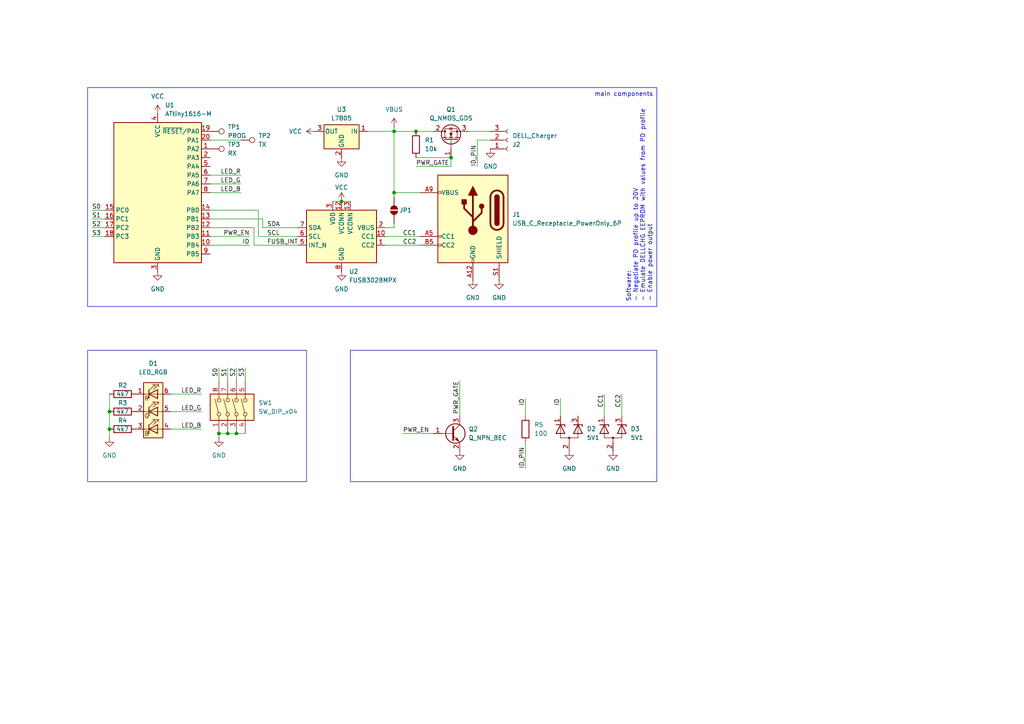
<source format=kicad_sch>
(kicad_sch (version 20250114) (generator "eeschema") (generator_version "9.0")
  (paper "A4")
  (lib_symbols
    (symbol "Connector:Conn_01x03_Socket" (pin_names (offset 1.016) (hide yes))
      (property "Reference" "J" (at 0 5.08 0))
      (property "Value" "Conn_01x03_Socket" (at 0 -5.08 0))
      (symbol "Conn_01x03_Socket_1_1"
        (polyline (pts (xy -1.27 2.54) (xy -0.508 2.54)) (stroke (width 0.1524)))
        (polyline (pts (xy -1.27 0) (xy -0.508 0)) (stroke (width 0.1524)))
        (polyline (pts (xy -1.27 -2.54) (xy -0.508 -2.54)) (stroke (width 0.1524)))
        (arc (start 0 2.032) (mid -0.5058 2.54) (end 0 3.048) (stroke (width 0.1524)))
        (arc (start 0 -0.508) (mid -0.5058 0) (end 0 0.508) (stroke (width 0.1524)))
        (arc (start 0 -3.048) (mid -0.5058 -2.54) (end 0 -2.032) (stroke (width 0.1524)))
        (pin passive line (at -5.08 2.54 0) (length 3.81) (name "Pin_1") (number "1"))
        (pin passive line (at -5.08 0 0) (length 3.81) (name "Pin_2") (number "2"))
        (pin passive line (at -5.08 -2.54 0) (length 3.81) (name "Pin_3") (number "3"))
      )
    )
    (symbol "Connector:TestPoint" (pin_numbers (hide yes)) (pin_names (offset 0.762) (hide yes))
      (property "Reference" "TP" (at 0 6.858 0))
      (property "Value" "TestPoint" (at 0 5.08 0))
      (symbol "TestPoint_0_1"
        (circle (center 0 3.302) (radius 0.762))
      )
      (symbol "TestPoint_1_1"
        (pin passive line (at 0 0 90) (length 2.54) (name "1") (number "1"))
      )
    )
    (symbol "Connector:USB_C_Receptacle_PowerOnly_6P" (pin_names (offset 1.016))
      (property "Reference" "J" (at 0 16.51 0))
      (property "Value" "USB_C_Receptacle_PowerOnly_6P" (at 0 13.97 0))
      (symbol "USB_C_Receptacle_PowerOnly_6P_0_0"
        (rectangle (start -0.254 -12.7) (end 0.254 -11.684))
        (rectangle (start 10.16 7.874) (end 9.144 7.366))
        (rectangle (start 10.16 -4.826) (end 9.144 -5.334))
        (rectangle (start 10.16 -7.366) (end 9.144 -7.874))
      )
      (symbol "USB_C_Receptacle_PowerOnly_6P_0_1"
        (rectangle (start -10.16 12.7) (end 10.16 -12.7) (stroke (width 0.254)) (fill (type background)))
        (polyline (pts (xy -8.89 -1.27) (xy -8.89 6.35)) (stroke (width 0.508)))
        (rectangle (start -7.62 -1.27) (end -6.35 6.35) (stroke (width 0.254)) (fill (type outline)))
        (arc (start -7.62 6.35) (mid -6.985 6.9823) (end -6.35 6.35) (stroke (width 0.254)))
        (arc (start -7.62 6.35) (mid -6.985 6.9823) (end -6.35 6.35) (stroke (width 0.254)) (fill (type outline)))
        (arc (start -8.89 6.35) (mid -6.985 8.2467) (end -5.08 6.35) (stroke (width 0.508)))
        (arc (start -5.08 -1.27) (mid -6.985 -3.1667) (end -8.89 -1.27) (stroke (width 0.508)))
        (arc (start -6.35 -1.27) (mid -6.985 -1.9023) (end -7.62 -1.27) (stroke (width 0.254)))
        (arc (start -6.35 -1.27) (mid -6.985 -1.9023) (end -7.62 -1.27) (stroke (width 0.254)) (fill (type outline)))
        (polyline (pts (xy -5.08 6.35) (xy -5.08 -1.27)) (stroke (width 0.508)))
        (circle (center -2.54 3.683) (radius 0.635) (stroke (width 0.254)) (fill (type outline)))
        (polyline (pts (xy -1.27 6.858) (xy 0 9.398) (xy 1.27 6.858) (xy -1.27 6.858)) (stroke (width 0.254)) (fill (type outline)))
        (polyline (pts (xy 0 0.508) (xy 2.54 3.048) (xy 2.54 4.318)) (stroke (width 0.508)))
        (polyline (pts (xy 0 -0.762) (xy -2.54 1.778) (xy -2.54 3.048)) (stroke (width 0.508)))
        (polyline (pts (xy 0 -3.302) (xy 0 6.858)) (stroke (width 0.508)))
        (circle (center 0 -3.302) (radius 1.27) (fill (type outline)))
        (rectangle (start 1.905 4.318) (end 3.175 5.588) (stroke (width 0.254)) (fill (type outline)))
      )
      (symbol "USB_C_Receptacle_PowerOnly_6P_1_1"
        (pin passive line (at -7.62 -17.78 90) (length 5.08) (name "SHIELD") (number "S1"))
        (pin passive line (at 0 -17.78 90) (length 5.08) (name "GND") (number "A12"))
        (pin passive line (at 0 -17.78 90) (length 5.08) (hide yes) (name "GND") (number "B12"))
        (pin passive line (at 15.24 7.62 180) (length 5.08) (name "VBUS") (number "A9"))
        (pin passive line (at 15.24 7.62 180) (length 5.08) (hide yes) (name "VBUS") (number "B9"))
        (pin bidirectional line (at 15.24 -5.08 180) (length 5.08) (name "CC1") (number "A5"))
        (pin bidirectional line (at 15.24 -7.62 180) (length 5.08) (name "CC2") (number "B5"))
      )
    )
    (symbol "Device:D_Zener_Dual_CommonAnode_KAK_Parallel" (pin_names (offset 0.762) (hide yes))
      (property "Reference" "D" (at 0 5.08 0))
      (property "Value" "D_Zener_Dual_CommonAnode_KAK_Parallel" (at 0 -5.08 0))
      (symbol "D_Zener_Dual_CommonAnode_KAK_Parallel_0_0"
        (polyline (pts (xy 2.032 1.27) (xy 2.54 1.27) (xy 2.54 3.81)) (stroke (width 0.254)))
        (polyline (pts (xy 2.54 -1.27) (xy 2.54 -3.81) (xy 2.032 -3.81)) (stroke (width 0.254)))
      )
      (symbol "D_Zener_Dual_CommonAnode_KAK_Parallel_0_1"
        (circle (center -1.27 0) (radius 0.254) (fill (type outline)))
        (polyline (pts (xy -1.27 0) (xy -2.54 0)))
        (polyline (pts (xy 0 3.81) (xy 2.54 2.54) (xy 0 1.27) (xy 0 3.81) (xy 0 3.81) (xy 0 3.81)) (stroke (width 0.254)))
        (polyline (pts (xy 0 -1.27) (xy 2.54 -2.54) (xy 0 -3.81) (xy 0 -1.27) (xy 0 -1.27) (xy 0 -1.27)) (stroke (width 0.254)))
        (polyline (pts (xy 2.54 2.54) (xy -1.27 2.54) (xy -1.27 -2.54) (xy 2.54 -2.54)))
        (pin passive line (at -5.08 0 0) (length 2.54) (name "A") (number "2"))
        (pin passive line (at 5.08 2.54 180) (length 2.54) (name "K") (number "1"))
        (pin passive line (at 5.08 -2.54 180) (length 2.54) (name "K") (number "3"))
      )
    )
    (symbol "Device:LED_RGB" (pin_names (offset 0) (hide yes))
      (property "Reference" "D" (at 0 9.398 0))
      (property "Value" "LED_RGB" (at 0 -8.89 0))
      (symbol "LED_RGB_0_0"
        (text "R" (at -1.905 3.81 0) (effects (font (size 1.27 1.27))))
        (text "G" (at -1.905 -1.27 0) (effects (font (size 1.27 1.27))))
        (text "B" (at -1.905 -6.35 0) (effects (font (size 1.27 1.27))))
      )
      (symbol "LED_RGB_0_1"
        (polyline (pts (xy -1.27 6.35) (xy -1.27 3.81)) (stroke (width 0.254)))
        (polyline (pts (xy -1.27 6.35) (xy -1.27 3.81) (xy -1.27 3.81)))
        (polyline (pts (xy -1.27 5.08) (xy -2.54 5.08)))
        (polyline (pts (xy -1.27 5.08) (xy 1.27 5.08)))
        (polyline (pts (xy -1.27 1.27) (xy -1.27 -1.27)) (stroke (width 0.254)))
        (polyline (pts (xy -1.27 1.27) (xy -1.27 -1.27) (xy -1.27 -1.27)))
        (polyline (pts (xy -1.27 0) (xy -2.54 0)))
        (polyline (pts (xy -1.27 -3.81) (xy -1.27 -6.35)) (stroke (width 0.254)))
        (polyline (pts (xy -1.27 -5.08) (xy -2.54 -5.08)))
        (polyline (pts (xy -1.27 -5.08) (xy 1.27 -5.08)))
        (polyline (pts (xy -1.016 6.35) (xy 0.508 7.874) (xy -0.254 7.874) (xy 0.508 7.874) (xy 0.508 7.112)))
        (polyline (pts (xy -1.016 1.27) (xy 0.508 2.794) (xy -0.254 2.794) (xy 0.508 2.794) (xy 0.508 2.032)))
        (polyline (pts (xy -1.016 -3.81) (xy 0.508 -2.286) (xy -0.254 -2.286) (xy 0.508 -2.286) (xy 0.508 -3.048)))
        (polyline (pts (xy 0 6.35) (xy 1.524 7.874) (xy 0.762 7.874) (xy 1.524 7.874) (xy 1.524 7.112)))
        (polyline (pts (xy 0 1.27) (xy 1.524 2.794) (xy 0.762 2.794) (xy 1.524 2.794) (xy 1.524 2.032)))
        (polyline (pts (xy 0 -3.81) (xy 1.524 -2.286) (xy 0.762 -2.286) (xy 1.524 -2.286) (xy 1.524 -3.048)))
        (polyline (pts (xy 1.27 6.35) (xy 1.27 3.81) (xy -1.27 5.08) (xy 1.27 6.35)) (stroke (width 0.254)))
        (rectangle (start 1.27 6.35) (end 1.27 6.35))
        (polyline (pts (xy 1.27 5.08) (xy 2.54 5.08)))
        (rectangle (start 1.27 3.81) (end 1.27 6.35))
        (polyline (pts (xy 1.27 1.27) (xy 1.27 -1.27) (xy -1.27 0) (xy 1.27 1.27)) (stroke (width 0.254)))
        (rectangle (start 1.27 1.27) (end 1.27 1.27))
        (polyline (pts (xy 1.27 0) (xy -1.27 0)))
        (polyline (pts (xy 1.27 0) (xy 2.54 0)))
        (rectangle (start 1.27 -1.27) (end 1.27 1.27))
        (polyline (pts (xy 1.27 -3.81) (xy 1.27 -6.35) (xy -1.27 -5.08) (xy 1.27 -3.81)) (stroke (width 0.254)))
        (polyline (pts (xy 1.27 -5.08) (xy 2.54 -5.08)))
        (rectangle (start 2.794 8.382) (end -2.794 -7.62) (stroke (width 0.254)) (fill (type background)))
      )
      (symbol "LED_RGB_1_1"
        (pin passive line (at -5.08 5.08 0) (length 2.54) (name "RK") (number "1"))
        (pin passive line (at -5.08 0 0) (length 2.54) (name "GK") (number "2"))
        (pin passive line (at -5.08 -5.08 0) (length 2.54) (name "BK") (number "3"))
        (pin passive line (at 5.08 5.08 180) (length 2.54) (name "RA") (number "6"))
        (pin passive line (at 5.08 0 180) (length 2.54) (name "GA") (number "5"))
        (pin passive line (at 5.08 -5.08 180) (length 2.54) (name "BA") (number "4"))
      )
    )
    (symbol "Device:R" (pin_numbers (hide yes)) (pin_names (offset 0))
      (property "Reference" "R" (at 2.032 0 90))
      (property "Value" "R" (at 0 0 90))
      (symbol "R_0_1"
        (rectangle (start -1.016 -2.54) (end 1.016 2.54) (stroke (width 0.254)))
      )
      (symbol "R_1_1"
        (pin passive line (at 0 3.81 270) (length 1.27) (name "~") (number "1"))
        (pin passive line (at 0 -3.81 90) (length 1.27) (name "~") (number "2"))
      )
    )
    (symbol "Interface_USB:FUSB302BMPX"
      (property "Reference" "U" (at -10.16 8.89 0))
      (property "Value" "FUSB302BMPX" (at 3.81 8.89 0))
      (symbol "FUSB302BMPX_0_1"
        (rectangle (start -10.16 7.62) (end 10.16 -7.62) (stroke (width 0.254)) (fill (type background)))
      )
      (symbol "FUSB302BMPX_1_1"
        (pin bidirectional line (at -12.7 2.54 0) (length 2.54) (name "SDA") (number "7"))
        (pin input line (at -12.7 0 0) (length 2.54) (name "SCL") (number "6"))
        (pin open_collector line (at -12.7 -2.54 0) (length 2.54) (name "INT_N") (number "5"))
        (pin power_in line (at -2.54 10.16 270) (length 2.54) (name "VDD") (number "3"))
        (pin passive line (at -2.54 10.16 270) (length 2.54) (hide yes) (name "VDD") (number "4"))
        (pin power_in line (at 0 10.16 270) (length 2.54) (name "VCONN") (number "12"))
        (pin passive line (at 0 -10.16 90) (length 2.54) (hide yes) (name "GND") (number "15"))
        (pin power_in line (at 0 -10.16 90) (length 2.54) (name "GND") (number "8"))
        (pin passive line (at 0 -10.16 90) (length 2.54) (hide yes) (name "GND") (number "9"))
        (pin power_in line (at 2.54 10.16 270) (length 2.54) (name "VCONN") (number "13"))
        (pin input line (at 12.7 2.54 180) (length 2.54) (name "VBUS") (number "2"))
        (pin bidirectional line (at 12.7 0 180) (length 2.54) (name "CC1") (number "10"))
        (pin bidirectional line (at 12.7 0 180) (length 2.54) (hide yes) (name "CC1") (number "11"))
        (pin bidirectional line (at 12.7 -2.54 180) (length 2.54) (name "CC2") (number "1"))
        (pin bidirectional line (at 12.7 -2.54 180) (length 2.54) (hide yes) (name "CC2") (number "14"))
      )
    )
    (symbol "Jumper:SolderJumper_2_Open" (pin_numbers (hide yes)) (pin_names (offset 0) (hide yes)) (in_bom no)
      (property "Reference" "JP" (at 0 2.032 0))
      (property "Value" "SolderJumper_2_Open" (at 0 -2.54 0))
      (symbol "SolderJumper_2_Open_0_1"
        (polyline (pts (xy -0.254 1.016) (xy -0.254 -1.016)))
        (arc (start -0.254 -1.016) (mid -1.2656 0) (end -0.254 1.016))
        (arc (start -0.254 -1.016) (mid -1.2656 0) (end -0.254 1.016) (fill (type outline)))
        (arc (start 0.254 1.016) (mid 1.2656 0) (end 0.254 -1.016))
        (arc (start 0.254 1.016) (mid 1.2656 0) (end 0.254 -1.016) (fill (type outline)))
        (polyline (pts (xy 0.254 1.016) (xy 0.254 -1.016)))
      )
      (symbol "SolderJumper_2_Open_1_1"
        (pin passive line (at -3.81 0 0) (length 2.54) (name "A") (number "1"))
        (pin passive line (at 3.81 0 180) (length 2.54) (name "B") (number "2"))
      )
    )
    (symbol "MCU_Microchip_ATtiny:ATtiny1616-M"
      (property "Reference" "U" (at -12.7 21.59 0))
      (property "Value" "ATtiny1616-M" (at 2.54 -21.59 0))
      (symbol "ATtiny1616-M_0_1"
        (rectangle (start -12.7 -20.32) (end 12.7 20.32) (stroke (width 0.254)) (fill (type background)))
      )
      (symbol "ATtiny1616-M_1_1"
        (pin bidirectional line (at -15.24 -5.08 0) (length 2.54) (name "PC0") (number "15"))
        (pin bidirectional line (at -15.24 -7.62 0) (length 2.54) (name "PC1") (number "16"))
        (pin bidirectional line (at -15.24 -10.16 0) (length 2.54) (name "PC2") (number "17"))
        (pin bidirectional line (at -15.24 -12.7 0) (length 2.54) (name "PC3") (number "18"))
        (pin power_in line (at 0 22.86 270) (length 2.54) (name "VCC") (number "4"))
        (pin passive line (at 0 -22.86 90) (length 2.54) (hide yes) (name "GND") (number "21"))
        (pin power_in line (at 0 -22.86 90) (length 2.54) (name "GND") (number "3"))
        (pin bidirectional line (at 15.24 17.78 180) (length 2.54) (name "~{RESET}/PA0") (number "19"))
        (pin bidirectional line (at 15.24 15.24 180) (length 2.54) (name "PA1") (number "20"))
        (pin bidirectional line (at 15.24 12.7 180) (length 2.54) (name "PA2") (number "1"))
        (pin bidirectional line (at 15.24 10.16 180) (length 2.54) (name "PA3") (number "2"))
        (pin bidirectional line (at 15.24 7.62 180) (length 2.54) (name "PA4") (number "5"))
        (pin bidirectional line (at 15.24 5.08 180) (length 2.54) (name "PA5") (number "6"))
        (pin bidirectional line (at 15.24 2.54 180) (length 2.54) (name "PA6") (number "7"))
        (pin bidirectional line (at 15.24 0 180) (length 2.54) (name "PA7") (number "8"))
        (pin bidirectional line (at 15.24 -5.08 180) (length 2.54) (name "PB0") (number "14"))
        (pin bidirectional line (at 15.24 -7.62 180) (length 2.54) (name "PB1") (number "13"))
        (pin bidirectional line (at 15.24 -10.16 180) (length 2.54) (name "PB2") (number "12"))
        (pin bidirectional line (at 15.24 -12.7 180) (length 2.54) (name "PB3") (number "11"))
        (pin bidirectional line (at 15.24 -15.24 180) (length 2.54) (name "PB4") (number "10"))
        (pin bidirectional line (at 15.24 -17.78 180) (length 2.54) (name "PB5") (number "9"))
      )
    )
    (symbol "Regulator_Linear:L7805" (pin_names (offset 0.254))
      (property "Reference" "U" (at -3.81 3.175 0))
      (property "Value" "L7805" (at 0 3.175 0))
      (symbol "L7805_0_1"
        (rectangle (start -5.08 1.905) (end 5.08 -5.08) (stroke (width 0.254)) (fill (type background)))
      )
      (symbol "L7805_1_1"
        (pin power_in line (at -7.62 0 0) (length 2.54) (name "IN") (number "1"))
        (pin power_in line (at 0 -7.62 90) (length 2.54) (name "GND") (number "2"))
        (pin power_out line (at 7.62 0 180) (length 2.54) (name "OUT") (number "3"))
      )
    )
    (symbol "Switch:SW_DIP_x04" (pin_names (offset 0) (hide yes))
      (property "Reference" "SW" (at 0 8.89 0))
      (property "Value" "SW_DIP_x04" (at 0 -6.35 0))
      (symbol "SW_DIP_x04_0_0"
        (circle (center -2.032 5.08) (radius 0.508))
        (circle (center -2.032 2.54) (radius 0.508))
        (circle (center -2.032 0) (radius 0.508))
        (circle (center -2.032 -2.54) (radius 0.508))
        (polyline (pts (xy -1.524 5.207) (xy 2.3622 6.2484)))
        (polyline (pts (xy -1.524 2.667) (xy 2.3622 3.7084)))
        (polyline (pts (xy -1.524 0.127) (xy 2.3622 1.1684)))
        (polyline (pts (xy -1.524 -2.3876) (xy 2.3622 -1.3462)))
        (circle (center 2.032 5.08) (radius 0.508))
        (circle (center 2.032 2.54) (radius 0.508))
        (circle (center 2.032 0) (radius 0.508))
        (circle (center 2.032 -2.54) (radius 0.508))
      )
      (symbol "SW_DIP_x04_0_1"
        (rectangle (start -3.81 7.62) (end 3.81 -5.08) (stroke (width 0.254)) (fill (type background)))
      )
      (symbol "SW_DIP_x04_1_1"
        (pin passive line (at -7.62 5.08 0) (length 5.08) (name "~") (number "1"))
        (pin passive line (at -7.62 2.54 0) (length 5.08) (name "~") (number "2"))
        (pin passive line (at -7.62 0 0) (length 5.08) (name "~") (number "3"))
        (pin passive line (at -7.62 -2.54 0) (length 5.08) (name "~") (number "4"))
        (pin passive line (at 7.62 5.08 180) (length 5.08) (name "~") (number "8"))
        (pin passive line (at 7.62 2.54 180) (length 5.08) (name "~") (number "7"))
        (pin passive line (at 7.62 0 180) (length 5.08) (name "~") (number "6"))
        (pin passive line (at 7.62 -2.54 180) (length 5.08) (name "~") (number "5"))
      )
    )
    (symbol "Transistor_BJT:Q_NPN_BEC" (pin_names (offset 0) (hide yes))
      (property "Reference" "Q" (at 5.08 1.27 0))
      (property "Value" "Q_NPN_BEC" (at 5.08 -1.27 0))
      (symbol "Q_NPN_BEC_0_1"
        (polyline (pts (xy -2.54 0) (xy 0.635 0)))
        (polyline (pts (xy 0.635 1.905) (xy 0.635 -1.905)) (stroke (width 0.508)))
        (circle (center 1.27 0) (radius 2.8194) (stroke (width 0.254)))
      )
      (symbol "Q_NPN_BEC_1_1"
        (polyline (pts (xy 0.635 0.635) (xy 2.54 2.54)))
        (polyline (pts (xy 0.635 -0.635) (xy 2.54 -2.54)))
        (polyline (pts (xy 1.27 -1.778) (xy 1.778 -1.27) (xy 2.286 -2.286) (xy 1.27 -1.778)) (fill (type outline)))
        (pin input line (at -5.08 0 0) (length 2.54) (name "B") (number "1"))
        (pin passive line (at 2.54 5.08 270) (length 2.54) (name "C") (number "3"))
        (pin passive line (at 2.54 -5.08 90) (length 2.54) (name "E") (number "2"))
      )
    )
    (symbol "Transistor_FET:Q_NMOS_GDS" (pin_names (offset 0) (hide yes))
      (property "Reference" "Q" (at 5.08 1.905 0))
      (property "Value" "Q_NMOS_GDS" (at 5.08 0 0))
      (symbol "Q_NMOS_GDS_0_1"
        (polyline (pts (xy 0.254 1.905) (xy 0.254 -1.905)) (stroke (width 0.254)))
        (polyline (pts (xy 0.254 0) (xy -2.54 0)))
        (polyline (pts (xy 0.762 2.286) (xy 0.762 1.27)) (stroke (width 0.254)))
        (polyline (pts (xy 0.762 0.508) (xy 0.762 -0.508)) (stroke (width 0.254)))
        (polyline (pts (xy 0.762 -1.27) (xy 0.762 -2.286)) (stroke (width 0.254)))
        (polyline (pts (xy 0.762 -1.778) (xy 3.302 -1.778) (xy 3.302 1.778) (xy 0.762 1.778)))
        (polyline (pts (xy 1.016 0) (xy 2.032 0.381) (xy 2.032 -0.381) (xy 1.016 0)) (fill (type outline)))
        (circle (center 1.651 0) (radius 2.794) (stroke (width 0.254)))
        (polyline (pts (xy 2.54 2.54) (xy 2.54 1.778)))
        (circle (center 2.54 1.778) (radius 0.254) (fill (type outline)))
        (circle (center 2.54 -1.778) (radius 0.254) (fill (type outline)))
        (polyline (pts (xy 2.54 -2.54) (xy 2.54 0) (xy 0.762 0)))
        (polyline (pts (xy 2.921 0.381) (xy 3.683 0.381)))
        (polyline (pts (xy 3.302 0.381) (xy 2.921 -0.254) (xy 3.683 -0.254) (xy 3.302 0.381)))
      )
      (symbol "Q_NMOS_GDS_1_1"
        (pin input line (at -5.08 0 0) (length 2.54) (name "G") (number "1"))
        (pin passive line (at 2.54 5.08 270) (length 2.54) (name "D") (number "2"))
        (pin passive line (at 2.54 -5.08 90) (length 2.54) (name "S") (number "3"))
      )
    )
    (symbol "power:GND" (power) (pin_numbers (hide yes)) (pin_names (offset 0) (hide yes))
      (property "Value" "GND" (at 0 -3.81 0))
      (symbol "GND_0_1"
        (polyline (pts (xy 0 0) (xy 0 -1.27) (xy 1.27 -1.27) (xy 0 -2.54) (xy -1.27 -1.27) (xy 0 -1.27)))
      )
      (symbol "GND_1_1"
        (pin power_in line (at 0 0 270) (length 0) (name "~") (number "1"))
      )
    )
    (symbol "power:VBUS" (power) (pin_numbers (hide yes)) (pin_names (offset 0) (hide yes))
      (property "Value" "VBUS" (at 0 3.556 0))
      (symbol "VBUS_0_1"
        (polyline (pts (xy -0.762 1.27) (xy 0 2.54)))
        (polyline (pts (xy 0 2.54) (xy 0.762 1.27)))
        (polyline (pts (xy 0 0) (xy 0 2.54)))
      )
      (symbol "VBUS_1_1"
        (pin power_in line (at 0 0 90) (length 0) (name "~") (number "1"))
      )
    )
    (symbol "power:VCC" (power) (pin_numbers (hide yes)) (pin_names (offset 0) (hide yes))
      (property "Value" "VCC" (at 0 3.556 0))
      (symbol "VCC_0_1"
        (polyline (pts (xy -0.762 1.27) (xy 0 2.54)))
        (polyline (pts (xy 0 2.54) (xy 0.762 1.27)))
        (polyline (pts (xy 0 0) (xy 0 2.54)))
      )
      (symbol "VCC_1_1"
        (pin power_in line (at 0 0 90) (length 0) (name "~") (number "1"))
      )
    )
  )
  (rectangle (start 101.6 101.6) (end 190.5 139.7))
  (rectangle (start 25.4 101.6) (end 88.9 139.7))
  (rectangle (start 25.4 25.4) (end 190.5 88.9))
  (text "Software:\n- Negotiate PD profile up to 20V\n- Emulate DELLCHG EEPROM with values from PD profile\n- Enable power output" (at 189.23 87.63 90) (effects (font (size 1.27 1.27)) (justify left bottom)))
  (text "main components" (at 189.484 26.67 0) (effects (font (size 1.27 1.27)) (justify right top)))
  (junction (at 63.5 125.73))
  (junction (at 114.3 55.88))
  (junction (at 120.65 38.1))
  (junction (at 31.75 124.46))
  (junction (at 130.81 45.72))
  (junction (at 31.75 119.38))
  (junction (at 99.06 58.42))
  (junction (at 114.3 38.1))
  (junction (at 66.04 125.73))
  (junction (at 68.58 125.73))
  (wire (pts (xy 26.67 60.96) (xy 30.48 60.96)))
  (wire (pts (xy 31.75 124.46) (xy 31.75 127)))
  (wire (pts (xy 63.5 106.68) (xy 63.5 110.49)))
  (wire (pts (xy 135.89 38.1) (xy 142.24 38.1)))
  (wire (pts (xy 111.76 66.04) (xy 114.3 66.04)))
  (wire (pts (xy 120.65 45.72) (xy 130.81 45.72)))
  (wire (pts (xy 63.5 125.73) (xy 66.04 125.73)))
  (wire (pts (xy 60.96 63.5) (xy 76.2 63.5)))
  (wire (pts (xy 63.5 125.73) (xy 63.5 127)))
  (wire (pts (xy 152.4 128.27) (xy 152.4 135.89)))
  (wire (pts (xy 73.66 71.12) (xy 73.66 66.04)))
  (wire (pts (xy 26.67 66.04) (xy 30.48 66.04)))
  (wire (pts (xy 66.04 106.68) (xy 66.04 110.49)))
  (wire (pts (xy 73.66 66.04) (xy 60.96 66.04)))
  (wire (pts (xy 31.75 114.3) (xy 31.75 119.38)))
  (wire (pts (xy 73.66 71.12) (xy 86.36 71.12)))
  (wire (pts (xy 60.96 60.96) (xy 74.93 60.96)))
  (wire (pts (xy 76.2 66.04) (xy 86.36 66.04)))
  (wire (pts (xy 60.96 68.58) (xy 72.39 68.58)))
  (wire (pts (xy 175.26 114.3) (xy 175.26 120.65)))
  (wire (pts (xy 74.93 60.96) (xy 74.93 68.58)))
  (wire (pts (xy 49.53 114.3) (xy 58.42 114.3)))
  (wire (pts (xy 99.06 58.42) (xy 101.6 58.42)))
  (wire (pts (xy 130.81 48.26) (xy 130.81 45.72)))
  (wire (pts (xy 26.67 63.5) (xy 30.48 63.5)))
  (wire (pts (xy 116.84 125.73) (xy 125.73 125.73)))
  (wire (pts (xy 31.75 119.38) (xy 31.75 124.46)))
  (wire (pts (xy 120.65 38.1) (xy 125.73 38.1)))
  (wire (pts (xy 114.3 57.15) (xy 114.3 55.88)))
  (wire (pts (xy 180.34 114.3) (xy 180.34 120.65)))
  (wire (pts (xy 120.65 48.26) (xy 130.81 48.26)))
  (wire (pts (xy 114.3 36.83) (xy 114.3 38.1)))
  (wire (pts (xy 106.68 38.1) (xy 114.3 38.1)))
  (wire (pts (xy 162.56 115.57) (xy 162.56 120.65)))
  (wire (pts (xy 138.43 40.64) (xy 142.24 40.64)))
  (wire (pts (xy 68.58 106.68) (xy 68.58 110.49)))
  (wire (pts (xy 114.3 55.88) (xy 121.92 55.88)))
  (wire (pts (xy 111.76 71.12) (xy 121.92 71.12)))
  (wire (pts (xy 49.53 119.38) (xy 58.42 119.38)))
  (wire (pts (xy 49.53 124.46) (xy 58.42 124.46)))
  (wire (pts (xy 99.06 58.42) (xy 96.52 58.42)))
  (wire (pts (xy 60.96 53.34) (xy 69.85 53.34)))
  (wire (pts (xy 68.58 125.73) (xy 71.12 125.73)))
  (wire (pts (xy 111.76 68.58) (xy 121.92 68.58)))
  (wire (pts (xy 133.35 110.49) (xy 133.35 120.65)))
  (wire (pts (xy 74.93 68.58) (xy 86.36 68.58)))
  (wire (pts (xy 60.96 55.88) (xy 69.85 55.88)))
  (wire (pts (xy 69.85 40.64) (xy 60.96 40.64)))
  (wire (pts (xy 114.3 66.04) (xy 114.3 64.77)))
  (wire (pts (xy 114.3 38.1) (xy 120.65 38.1)))
  (wire (pts (xy 152.4 115.57) (xy 152.4 120.65)))
  (wire (pts (xy 76.2 66.04) (xy 76.2 63.5)))
  (wire (pts (xy 60.96 50.8) (xy 69.85 50.8)))
  (wire (pts (xy 114.3 38.1) (xy 114.3 55.88)))
  (wire (pts (xy 60.96 71.12) (xy 72.39 71.12)))
  (wire (pts (xy 71.12 106.68) (xy 71.12 110.49)))
  (wire (pts (xy 66.04 125.73) (xy 68.58 125.73)))
  (wire (pts (xy 26.67 68.58) (xy 30.48 68.58)))
  (wire (pts (xy 138.43 48.26) (xy 138.43 40.64)))
  (label "S1" (at 26.67 63.5 0))
  (label "S1" (at 66.04 106.68 270))
  (label "SCL" (at 77.47 68.58 0))
  (label "ID_PIN" (at 138.43 48.26 90))
  (label "CC1" (at 116.84 68.58 0))
  (label "LED_R" (at 58.42 114.3 180))
  (label "LED_G" (at 58.42 119.38 180))
  (label "ID" (at 152.4 115.57 270))
  (label "LED_R" (at 69.85 50.8 180))
  (label "ID" (at 162.56 115.57 270))
  (label "ID" (at 72.39 71.12 180))
  (label "S0" (at 26.67 60.96 0))
  (label "S0" (at 63.5 106.68 270))
  (label "CC2" (at 180.34 114.3 270))
  (label "S3" (at 71.12 106.68 270))
  (label "S3" (at 26.67 68.58 0))
  (label "LED_G" (at 69.85 53.34 180))
  (label "S2" (at 26.67 66.04 0))
  (label "S2" (at 68.58 106.68 270))
  (label "CC1" (at 175.26 114.3 270))
  (label "PWR_GATE" (at 133.35 110.49 270))
  (label "LED_B" (at 69.85 55.88 180))
  (label "ID_PIN" (at 152.4 135.89 90))
  (label "SDA" (at 77.47 66.04 0))
  (label "PWR_EN" (at 116.84 125.73 0))
  (label "LED_B" (at 58.42 124.46 180))
  (label "PWR_EN" (at 72.39 68.58 180))
  (label "CC2" (at 116.84 71.12 0))
  (label "PWR_GATE" (at 120.65 48.26 0))
  (label "FUSB_INT" (at 77.47 71.12 0))
  (symbol (lib_id "power:GND") (at 99.06 45.72 0) (unit 1)
    (property "Reference" "#PWR01" (effects (hide yes)))
    (property "Value" "GND" (at 99.06 50.8 0))
    (property "Description" "Power symbol creates a global label with name \"GND\" , ground" (effects (hide yes)))
  )
  (symbol (lib_id "power:VCC") (at 99.06 58.42 0) (unit 1)
    (property "Reference" "#PWR05" (effects (hide yes)))
    (property "Value" "VCC" (at 99.06 54.356 0))
    (property "Description" "Power symbol creates a global label with name \"VCC\"" (effects (hide yes)))
  )
  (symbol (lib_id "Interface_USB:FUSB302BMPX") (at 99.06 68.58 0) (unit 1)
    (property "Reference" "U2" (at 101.2033 78.74 0) (effects (justify left)))
    (property "Value" "FUSB302BMPX" (at 101.2033 81.28 0) (effects (justify left)))
    (property "Footprint" "Package_DFN_QFN:WQFN-14-1EP_2.5x2.5mm_P0.5mm_EP1.45x1.45mm" (effects (hide yes)))
    (property "Datasheet" "http://www.onsemi.com/pub/Collateral/FUSB302B-D.PDF" (effects (hide yes)))
    (property "Description" "Programmable USB Type-C Controller w/PD, I2C address 0x22, WQFN-14" (effects (hide yes)))
  )
  (symbol (lib_id "power:VCC") (at 91.44 38.1 90) (unit 1)
    (property "Reference" "#PWR04" (effects (hide yes)))
    (property "Value" "VCC" (at 87.63 38.0999 90) (effects (justify left)))
    (property "Description" "Power symbol creates a global label with name \"VCC\"" (effects (hide yes)))
  )
  (symbol (lib_id "power:GND") (at 31.75 127 0) (unit 1)
    (property "Reference" "#PWR011" (effects (hide yes)))
    (property "Value" "GND" (at 31.75 132.08 0))
    (property "Description" "Power symbol creates a global label with name \"GND\" , ground" (effects (hide yes)))
  )
  (symbol (lib_id "power:GND") (at 99.06 78.74 0) (unit 1)
    (property "Reference" "#PWR02" (effects (hide yes)))
    (property "Value" "GND" (at 99.06 83.82 0))
    (property "Description" "Power symbol creates a global label with name \"GND\" , ground" (effects (hide yes)))
  )
  (symbol (lib_id "Connector:TestPoint") (at 69.85 40.64 270) (unit 1)
    (property "Reference" "TP2" (at 74.93 39.3699 90) (effects (justify left)))
    (property "Value" "TX" (at 74.93 41.9099 90) (effects (justify left)))
    (property "Footprint" "TestPoint:TestPoint_Pad_D2.0mm" (effects (hide yes)))
    (property "Description" "test point" (effects (hide yes)))
  )
  (symbol (lib_id "power:VBUS") (at 114.3 36.83 0) (unit 1)
    (property "Reference" "#PWR09" (effects (hide yes)))
    (property "Value" "VBUS" (at 114.3 31.75 0))
    (property "Description" "Power symbol creates a global label with name \"VBUS\"" (effects (hide yes)))
  )
  (symbol (lib_id "power:GND") (at 45.72 78.74 0) (unit 1)
    (property "Reference" "#PWR03" (effects (hide yes)))
    (property "Value" "GND" (at 45.72 83.82 0))
    (property "Description" "Power symbol creates a global label with name \"GND\" , ground" (effects (hide yes)))
  )
  (symbol (lib_id "Device:R") (at 35.56 114.3 90) (unit 1)
    (property "Reference" "R2" (at 35.56 111.76 90))
    (property "Value" "4k7" (at 35.56 114.3 90))
    (property "Description" "Resistor" (effects (hide yes)))
  )
  (symbol (lib_id "Device:D_Zener_Dual_CommonAnode_KAK_Parallel") (at 165.1 125.73 90) (unit 1)
    (property "Reference" "D2" (at 170.18 124.3964 90) (effects (justify right)))
    (property "Value" "5V1" (at 170.18 126.9364 90) (effects (justify right)))
    (property "Description" "Dual Zener diode, common anode on pin 1" (effects (hide yes)))
  )
  (symbol (lib_id "power:VCC") (at 45.72 33.02 0) (unit 1)
    (property "Reference" "#PWR06" (effects (hide yes)))
    (property "Value" "VCC" (at 45.72 27.94 0))
    (property "Description" "Power symbol creates a global label with name \"VCC\"" (effects (hide yes)))
  )
  (symbol (lib_id "power:GND") (at 144.78 81.28 0) (unit 1)
    (property "Reference" "#PWR08" (effects (hide yes)))
    (property "Value" "GND" (at 144.78 86.36 0))
    (property "Description" "Power symbol creates a global label with name \"GND\" , ground" (effects (hide yes)))
  )
  (symbol (lib_id "Device:R") (at 152.4 124.46 0) (unit 1)
    (property "Reference" "R5" (at 154.94 123.1899 0) (effects (justify left)))
    (property "Value" "100" (at 154.94 125.7299 0) (effects (justify left)))
    (property "Description" "Resistor" (effects (hide yes)))
  )
  (symbol (lib_id "Connector:USB_C_Receptacle_PowerOnly_6P") (at 137.16 63.5 0) (mirror y) (unit 1)
    (property "Reference" "J1" (at 148.59 62.2299 0) (effects (justify right)))
    (property "Value" "USB_C_Receptacle_PowerOnly_6P" (at 148.59 64.7699 0) (effects (justify right)))
    (property "Datasheet" "https://www.usb.org/sites/default/files/documents/usb_type-c.zip" (effects (hide yes)))
    (property "Description" "USB Power-Only 6P Type-C Receptacle connector" (effects (hide yes)))
  )
  (symbol (lib_id "power:GND") (at 142.24 43.18 0) (unit 1)
    (property "Reference" "#PWR010" (effects (hide yes)))
    (property "Value" "GND" (at 142.24 48.26 0))
    (property "Description" "Power symbol creates a global label with name \"GND\" , ground" (effects (hide yes)))
  )
  (symbol (lib_id "Device:R") (at 35.56 119.38 90) (unit 1)
    (property "Reference" "R3" (at 35.56 116.84 90))
    (property "Value" "4k7" (at 35.56 119.38 90))
    (property "Description" "Resistor" (effects (hide yes)))
  )
  (symbol (lib_id "Transistor_BJT:Q_NPN_BEC") (at 130.81 125.73 0) (unit 1)
    (property "Reference" "Q2" (at 135.89 124.4599 0) (effects (justify left)))
    (property "Value" "Q_NPN_BEC" (at 135.89 126.9999 0) (effects (justify left)))
    (property "Description" "NPN transistor, base/emitter/collector" (effects (hide yes)))
  )
  (symbol (lib_id "Switch:SW_DIP_x04") (at 68.58 118.11 90) (unit 1)
    (property "Reference" "SW1" (at 74.93 116.8399 90) (effects (justify right)))
    (property "Value" "SW_DIP_x04" (at 74.93 119.3799 90) (effects (justify right)))
    (property "Description" "4x DIP Switch, Single Pole Single Throw (SPST) switch, small symbol" (effects (hide yes)))
  )
  (symbol (lib_id "Connector:Conn_01x03_Socket") (at 147.32 40.64 0) (mirror x) (unit 1)
    (property "Reference" "J2" (at 148.59 41.9101 0) (effects (justify left)))
    (property "Value" "DELL_Charger" (at 148.59 39.3701 0) (effects (justify left)))
    (property "Description" "Generic connector, single row, 01x03, script generated" (effects (hide yes)))
  )
  (symbol (lib_id "Device:LED_RGB") (at 44.45 119.38 0) (unit 1)
    (property "Reference" "D1" (at 44.45 105.41 0))
    (property "Value" "LED_RGB" (at 44.45 107.95 0))
    (property "Description" "RGB LED, 6 pin package" (effects (hide yes)))
  )
  (symbol (lib_id "MCU_Microchip_ATtiny:ATtiny1616-M") (at 45.72 55.88 0) (unit 1)
    (property "Reference" "U1" (at 47.8633 30.48 0) (effects (justify left)))
    (property "Value" "ATtiny1616-M" (at 47.8633 33.02 0) (effects (justify left)))
    (property "Footprint" "Package_DFN_QFN:VQFN-20-1EP_3x3mm_P0.4mm_EP1.7x1.7mm" (effects (hide yes)))
    (property "Datasheet" "http://ww1.microchip.com/downloads/en/DeviceDoc/ATtiny3216_ATtiny1616-data-sheet-40001997B.pdf" (effects (hide yes)))
    (property "Description" "20MHz, 16kB Flash, 2kB SRAM, 256B EEPROM, VQFN-20" (effects (hide yes)))
  )
  (symbol (lib_id "Jumper:SolderJumper_2_Open") (at 114.3 60.96 90) (unit 1) (in_bom no)
    (property "Reference" "JP1" (at 115.824 60.96 90) (effects (justify right)))
    (property "Value" "SolderJumper_2_Open" (effects (hide yes)))
    (property "Footprint" "Jumper:SolderJumper-2_P1.3mm_Open_TrianglePad1.0x1.5mm" (effects (hide yes)))
    (property "Description" "Solder Jumper, 2-pole, open" (effects (hide yes)))
  )
  (symbol (lib_id "Transistor_FET:Q_NMOS_GDS") (at 130.81 40.64 90) (unit 1)
    (property "Reference" "Q1" (at 130.81 31.75 90))
    (property "Value" "Q_NMOS_GDS" (at 130.81 34.29 90))
    (property "Description" "N-MOSFET transistor, gate/drain/source" (effects (hide yes)))
  )
  (symbol (lib_id "power:GND") (at 137.16 81.28 0) (unit 1)
    (property "Reference" "#PWR07" (effects (hide yes)))
    (property "Value" "GND" (at 137.16 86.36 0))
    (property "Description" "Power symbol creates a global label with name \"GND\" , ground" (effects (hide yes)))
  )
  (symbol (lib_id "Device:R") (at 35.56 124.46 90) (unit 1)
    (property "Reference" "R4" (at 35.56 121.92 90))
    (property "Value" "4k7" (at 35.56 124.46 90))
    (property "Description" "Resistor" (effects (hide yes)))
  )
  (symbol (lib_id "Device:D_Zener_Dual_CommonAnode_KAK_Parallel") (at 177.8 125.73 90) (unit 1)
    (property "Reference" "D3" (at 182.88 124.3964 90) (effects (justify right)))
    (property "Value" "5V1" (at 182.88 126.9364 90) (effects (justify right)))
    (property "Description" "Dual Zener diode, common anode on pin 1" (effects (hide yes)))
  )
  (symbol (lib_id "power:GND") (at 63.5 127 0) (unit 1)
    (property "Reference" "#PWR014" (effects (hide yes)))
    (property "Value" "GND" (at 63.5 132.08 0))
    (property "Description" "Power symbol creates a global label with name \"GND\" , ground" (effects (hide yes)))
  )
  (symbol (lib_id "Connector:TestPoint") (at 60.96 43.18 270) (unit 1)
    (property "Reference" "TP3" (at 66.04 41.9099 90) (effects (justify left)))
    (property "Value" "RX" (at 66.04 44.4499 90) (effects (justify left)))
    (property "Footprint" "TestPoint:TestPoint_Pad_D2.0mm" (effects (hide yes)))
    (property "Description" "test point" (effects (hide yes)))
  )
  (symbol (lib_id "Device:R") (at 120.65 41.91 0) (unit 1)
    (property "Reference" "R1" (at 123.19 40.6399 0) (effects (justify left)))
    (property "Value" "10k" (at 123.19 43.1799 0) (effects (justify left)))
    (property "Description" "Resistor" (effects (hide yes)))
  )
  (symbol (lib_id "Regulator_Linear:L7805") (at 99.06 38.1 0) (mirror y) (unit 1)
    (property "Reference" "U3" (at 99.06 31.75 0))
    (property "Value" "L7805" (at 99.06 34.29 0))
    (property "Footprint" "Package_TO_SOT_SMD:TO-252-3_TabPin2" (effects (hide yes)))
    (property "Datasheet" "http://www.st.com/content/ccc/resource/technical/document/datasheet/41/4f/b3/b0/12/d4/47/88/CD00000444.pdf/files/CD00000444.pdf/jcr:content/translations/en.CD00000444.pdf" (effects (hide yes)))
    (property "Description" "Positive 1.5A 35V Linear Regulator, Fixed Output 5V, TO-220/TO-263/TO-252" (effects (hide yes)))
  )
  (symbol (lib_id "power:GND") (at 165.1 130.81 0) (unit 1)
    (property "Reference" "#PWR012" (effects (hide yes)))
    (property "Value" "GND" (at 165.1 135.89 0))
    (property "Description" "Power symbol creates a global label with name \"GND\" , ground" (effects (hide yes)))
  )
  (symbol (lib_id "Connector:TestPoint") (at 60.96 38.1 270) (unit 1)
    (property "Reference" "TP1" (at 66.04 36.8299 90) (effects (justify left)))
    (property "Value" "PROG" (at 66.04 39.3699 90) (effects (justify left)))
    (property "Footprint" "TestPoint:TestPoint_Pad_D2.0mm" (effects (hide yes)))
    (property "Description" "test point" (effects (hide yes)))
  )
  (symbol (lib_id "power:GND") (at 177.8 130.81 0) (unit 1)
    (property "Reference" "#PWR013" (effects (hide yes)))
    (property "Value" "GND" (at 177.8 135.89 0))
    (property "Description" "Power symbol creates a global label with name \"GND\" , ground" (effects (hide yes)))
  )
  (symbol (lib_id "power:GND") (at 133.35 130.81 0) (unit 1)
    (property "Reference" "#PWR015" (effects (hide yes)))
    (property "Value" "GND" (at 133.35 135.89 0))
    (property "Description" "Power symbol creates a global label with name \"GND\" , ground" (effects (hide yes)))
  )
)
</source>
